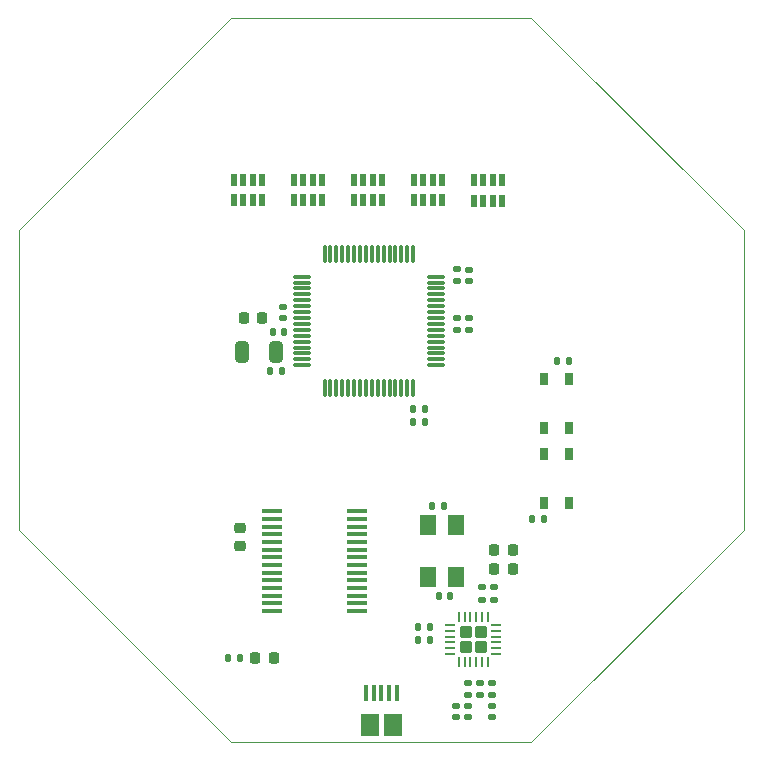
<source format=gbr>
%TF.GenerationSoftware,KiCad,Pcbnew,7.0.1*%
%TF.CreationDate,2023-03-27T17:03:57-04:00*%
%TF.ProjectId,cyton wired,6379746f-6e20-4776-9972-65642e6b6963,rev?*%
%TF.SameCoordinates,Original*%
%TF.FileFunction,Paste,Top*%
%TF.FilePolarity,Positive*%
%FSLAX46Y46*%
G04 Gerber Fmt 4.6, Leading zero omitted, Abs format (unit mm)*
G04 Created by KiCad (PCBNEW 7.0.1) date 2023-03-27 17:03:57*
%MOMM*%
%LPD*%
G01*
G04 APERTURE LIST*
G04 Aperture macros list*
%AMRoundRect*
0 Rectangle with rounded corners*
0 $1 Rounding radius*
0 $2 $3 $4 $5 $6 $7 $8 $9 X,Y pos of 4 corners*
0 Add a 4 corners polygon primitive as box body*
4,1,4,$2,$3,$4,$5,$6,$7,$8,$9,$2,$3,0*
0 Add four circle primitives for the rounded corners*
1,1,$1+$1,$2,$3*
1,1,$1+$1,$4,$5*
1,1,$1+$1,$6,$7*
1,1,$1+$1,$8,$9*
0 Add four rect primitives between the rounded corners*
20,1,$1+$1,$2,$3,$4,$5,0*
20,1,$1+$1,$4,$5,$6,$7,0*
20,1,$1+$1,$6,$7,$8,$9,0*
20,1,$1+$1,$8,$9,$2,$3,0*%
G04 Aperture macros list end*
%ADD10RoundRect,0.225000X0.225000X0.250000X-0.225000X0.250000X-0.225000X-0.250000X0.225000X-0.250000X0*%
%ADD11R,0.650000X1.050000*%
%ADD12RoundRect,0.218750X-0.218750X-0.256250X0.218750X-0.256250X0.218750X0.256250X-0.218750X0.256250X0*%
%ADD13RoundRect,0.037100X-0.227900X0.447900X-0.227900X-0.447900X0.227900X-0.447900X0.227900X0.447900X0*%
%ADD14RoundRect,0.037100X0.227900X-0.447900X0.227900X0.447900X-0.227900X0.447900X-0.227900X-0.447900X0*%
%ADD15RoundRect,0.147500X0.172500X-0.147500X0.172500X0.147500X-0.172500X0.147500X-0.172500X-0.147500X0*%
%ADD16RoundRect,0.135000X-0.135000X-0.185000X0.135000X-0.185000X0.135000X0.185000X-0.135000X0.185000X0*%
%ADD17RoundRect,0.140000X0.170000X-0.140000X0.170000X0.140000X-0.170000X0.140000X-0.170000X-0.140000X0*%
%ADD18RoundRect,0.140000X-0.170000X0.140000X-0.170000X-0.140000X0.170000X-0.140000X0.170000X0.140000X0*%
%ADD19RoundRect,0.135000X-0.185000X0.135000X-0.185000X-0.135000X0.185000X-0.135000X0.185000X0.135000X0*%
%ADD20R,1.400000X1.800000*%
%ADD21RoundRect,0.135000X0.185000X-0.135000X0.185000X0.135000X-0.185000X0.135000X-0.185000X-0.135000X0*%
%ADD22RoundRect,0.140000X-0.140000X-0.170000X0.140000X-0.170000X0.140000X0.170000X-0.140000X0.170000X0*%
%ADD23RoundRect,0.225000X0.250000X-0.225000X0.250000X0.225000X-0.250000X0.225000X-0.250000X-0.225000X0*%
%ADD24RoundRect,0.250000X0.275000X-0.275000X0.275000X0.275000X-0.275000X0.275000X-0.275000X-0.275000X0*%
%ADD25RoundRect,0.062500X0.062500X-0.350000X0.062500X0.350000X-0.062500X0.350000X-0.062500X-0.350000X0*%
%ADD26RoundRect,0.062500X0.350000X-0.062500X0.350000X0.062500X-0.350000X0.062500X-0.350000X-0.062500X0*%
%ADD27R,0.400000X1.350000*%
%ADD28R,1.500000X1.900000*%
%ADD29RoundRect,0.135000X0.135000X0.185000X-0.135000X0.185000X-0.135000X-0.185000X0.135000X-0.185000X0*%
%ADD30RoundRect,0.075000X-0.075000X0.662500X-0.075000X-0.662500X0.075000X-0.662500X0.075000X0.662500X0*%
%ADD31RoundRect,0.075000X-0.662500X0.075000X-0.662500X-0.075000X0.662500X-0.075000X0.662500X0.075000X0*%
%ADD32R,1.750000X0.450000*%
%ADD33RoundRect,0.147500X-0.172500X0.147500X-0.172500X-0.147500X0.172500X-0.147500X0.172500X0.147500X0*%
%ADD34RoundRect,0.250000X-0.325000X-0.650000X0.325000X-0.650000X0.325000X0.650000X-0.325000X0.650000X0*%
%ADD35RoundRect,0.140000X0.140000X0.170000X-0.140000X0.170000X-0.140000X-0.170000X0.140000X-0.170000X0*%
%TA.AperFunction,Profile*%
%ADD36C,0.101600*%
%TD*%
G04 APERTURE END LIST*
D10*
%TO.C,C13*%
X129603800Y-101625400D03*
X128053800Y-101625400D03*
%TD*%
D11*
%TO.C,SW1*%
X153466800Y-110921800D03*
X153466800Y-106771800D03*
X155616800Y-110921800D03*
X155616800Y-106771800D03*
%TD*%
D12*
%TO.C,D11*%
X149250200Y-122859800D03*
X150825200Y-122859800D03*
%TD*%
D13*
%TO.C,R2*%
X134683200Y-89916000D03*
X133883200Y-89916000D03*
X133083200Y-89916000D03*
X132283200Y-89916000D03*
D14*
X132283200Y-91666000D03*
X133083200Y-91666000D03*
X133883200Y-91666000D03*
X134683200Y-91666000D03*
%TD*%
D15*
%TO.C,D7*%
X149047200Y-133504800D03*
X149047200Y-132534800D03*
%TD*%
D16*
%TO.C,R14*%
X126665800Y-130429000D03*
X127685800Y-130429000D03*
%TD*%
D17*
%TO.C,C14*%
X131343400Y-101648200D03*
X131343400Y-100688200D03*
%TD*%
D18*
%TO.C,C15*%
X147143900Y-97528000D03*
X147143900Y-98488000D03*
%TD*%
D19*
%TO.C,R6*%
X146102500Y-97496000D03*
X146102500Y-98516000D03*
%TD*%
D20*
%TO.C,Y1*%
X146030800Y-123586600D03*
X146030800Y-119186600D03*
X143630800Y-119186600D03*
X143630800Y-123586600D03*
%TD*%
D21*
%TO.C,R8*%
X148031200Y-133506400D03*
X148031200Y-132486400D03*
%TD*%
D13*
%TO.C,R1*%
X129603200Y-89916000D03*
X128803200Y-89916000D03*
X128003200Y-89916000D03*
X127203200Y-89916000D03*
D14*
X127203200Y-91666000D03*
X128003200Y-91666000D03*
X128803200Y-91666000D03*
X129603200Y-91666000D03*
%TD*%
D22*
%TO.C,C11*%
X130281800Y-106146600D03*
X131241800Y-106146600D03*
%TD*%
D13*
%TO.C,R5*%
X149923200Y-89941400D03*
X149123200Y-89941400D03*
X148323200Y-89941400D03*
X147523200Y-89941400D03*
D14*
X147523200Y-91691400D03*
X148323200Y-91691400D03*
X149123200Y-91691400D03*
X149923200Y-91691400D03*
%TD*%
D22*
%TO.C,C19*%
X142392400Y-110388400D03*
X143352400Y-110388400D03*
%TD*%
D23*
%TO.C,C41*%
X127736600Y-120942400D03*
X127736600Y-119392400D03*
%TD*%
D24*
%TO.C,U2*%
X146832800Y-129489200D03*
X148132800Y-129489200D03*
X146832800Y-128189200D03*
X148132800Y-128189200D03*
D25*
X146232800Y-130776700D03*
X146732800Y-130776700D03*
X147232800Y-130776700D03*
X147732800Y-130776700D03*
X148232800Y-130776700D03*
X148732800Y-130776700D03*
D26*
X149420300Y-130089200D03*
X149420300Y-129589200D03*
X149420300Y-129089200D03*
X149420300Y-128589200D03*
X149420300Y-128089200D03*
X149420300Y-127589200D03*
D25*
X148732800Y-126901700D03*
X148232800Y-126901700D03*
X147732800Y-126901700D03*
X147232800Y-126901700D03*
X146732800Y-126901700D03*
X146232800Y-126901700D03*
D26*
X145545300Y-127589200D03*
X145545300Y-128089200D03*
X145545300Y-128589200D03*
X145545300Y-129089200D03*
X145545300Y-129589200D03*
X145545300Y-130089200D03*
%TD*%
D18*
%TO.C,C17*%
X149047200Y-134442200D03*
X149047200Y-135402200D03*
%TD*%
D27*
%TO.C,CONN1*%
X138400000Y-133380300D03*
X139050000Y-133380300D03*
X139700000Y-133380300D03*
X140350000Y-133380300D03*
X141000000Y-133380300D03*
D28*
X138700000Y-136080300D03*
X140700000Y-136080300D03*
%TD*%
D29*
%TO.C,R15*%
X155602400Y-105283000D03*
X154582400Y-105283000D03*
%TD*%
D18*
%TO.C,C10*%
X146075400Y-101650800D03*
X146075400Y-102610800D03*
%TD*%
D22*
%TO.C,C39*%
X144551400Y-125196600D03*
X145511400Y-125196600D03*
%TD*%
D19*
%TO.C,R12*%
X149250400Y-124434600D03*
X149250400Y-125454600D03*
%TD*%
D30*
%TO.C,U1*%
X142384900Y-96206300D03*
X141884900Y-96206300D03*
X141384900Y-96206300D03*
X140884900Y-96206300D03*
X140384900Y-96206300D03*
X139884900Y-96206300D03*
X139384900Y-96206300D03*
X138884900Y-96206300D03*
X138384900Y-96206300D03*
X137884900Y-96206300D03*
X137384900Y-96206300D03*
X136884900Y-96206300D03*
X136384900Y-96206300D03*
X135884900Y-96206300D03*
X135384900Y-96206300D03*
X134884900Y-96206300D03*
D31*
X132972400Y-98118800D03*
X132972400Y-98618800D03*
X132972400Y-99118800D03*
X132972400Y-99618800D03*
X132972400Y-100118800D03*
X132972400Y-100618800D03*
X132972400Y-101118800D03*
X132972400Y-101618800D03*
X132972400Y-102118800D03*
X132972400Y-102618800D03*
X132972400Y-103118800D03*
X132972400Y-103618800D03*
X132972400Y-104118800D03*
X132972400Y-104618800D03*
X132972400Y-105118800D03*
X132972400Y-105618800D03*
D30*
X134884900Y-107531300D03*
X135384900Y-107531300D03*
X135884900Y-107531300D03*
X136384900Y-107531300D03*
X136884900Y-107531300D03*
X137384900Y-107531300D03*
X137884900Y-107531300D03*
X138384900Y-107531300D03*
X138884900Y-107531300D03*
X139384900Y-107531300D03*
X139884900Y-107531300D03*
X140384900Y-107531300D03*
X140884900Y-107531300D03*
X141384900Y-107531300D03*
X141884900Y-107531300D03*
X142384900Y-107531300D03*
D31*
X144297400Y-105618800D03*
X144297400Y-105118800D03*
X144297400Y-104618800D03*
X144297400Y-104118800D03*
X144297400Y-103618800D03*
X144297400Y-103118800D03*
X144297400Y-102618800D03*
X144297400Y-102118800D03*
X144297400Y-101618800D03*
X144297400Y-101118800D03*
X144297400Y-100618800D03*
X144297400Y-100118800D03*
X144297400Y-99618800D03*
X144297400Y-99118800D03*
X144297400Y-98618800D03*
X144297400Y-98118800D03*
%TD*%
D12*
%TO.C,D10*%
X149250200Y-121259600D03*
X150825200Y-121259600D03*
%TD*%
D21*
%TO.C,R7*%
X147015200Y-133506400D03*
X147015200Y-132486400D03*
%TD*%
D32*
%TO.C,U7*%
X137610400Y-126424400D03*
X137610400Y-125774400D03*
X137610400Y-125124400D03*
X137610400Y-124474400D03*
X137610400Y-123824400D03*
X137610400Y-123174400D03*
X137610400Y-122524400D03*
X137610400Y-121874400D03*
X137610400Y-121224400D03*
X137610400Y-120574400D03*
X137610400Y-119924400D03*
X137610400Y-119274400D03*
X137610400Y-118624400D03*
X137610400Y-117974400D03*
X130410400Y-117974400D03*
X130410400Y-118624400D03*
X130410400Y-119274400D03*
X130410400Y-119924400D03*
X130410400Y-120574400D03*
X130410400Y-121224400D03*
X130410400Y-121874400D03*
X130410400Y-122524400D03*
X130410400Y-123174400D03*
X130410400Y-123824400D03*
X130410400Y-124474400D03*
X130410400Y-125124400D03*
X130410400Y-125774400D03*
X130410400Y-126424400D03*
%TD*%
D29*
%TO.C,R10*%
X143774400Y-127772400D03*
X142754400Y-127772400D03*
%TD*%
D18*
%TO.C,C18*%
X145999200Y-134467600D03*
X145999200Y-135427600D03*
%TD*%
%TO.C,C8*%
X147142200Y-101650800D03*
X147142200Y-102610800D03*
%TD*%
D19*
%TO.C,R11*%
X148234400Y-124434600D03*
X148234400Y-125454600D03*
%TD*%
D33*
%TO.C,D8*%
X147015200Y-134467600D03*
X147015200Y-135437600D03*
%TD*%
D13*
%TO.C,R4*%
X144830600Y-89916000D03*
X144030600Y-89916000D03*
X143230600Y-89916000D03*
X142430600Y-89916000D03*
D14*
X142430600Y-91666000D03*
X143230600Y-91666000D03*
X144030600Y-91666000D03*
X144830600Y-91666000D03*
%TD*%
D16*
%TO.C,R16*%
X152450800Y-118643400D03*
X153470800Y-118643400D03*
%TD*%
D22*
%TO.C,C6*%
X130485000Y-102844600D03*
X131445000Y-102844600D03*
%TD*%
D13*
%TO.C,R3*%
X139763200Y-89916000D03*
X138963200Y-89916000D03*
X138163200Y-89916000D03*
X137363200Y-89916000D03*
D14*
X137363200Y-91666000D03*
X138163200Y-91666000D03*
X138963200Y-91666000D03*
X139763200Y-91666000D03*
%TD*%
D22*
%TO.C,C21*%
X142392400Y-109347000D03*
X143352400Y-109347000D03*
%TD*%
D11*
%TO.C,SW2*%
X155616800Y-113121800D03*
X155616800Y-117271800D03*
X153466800Y-113121800D03*
X153466800Y-117271800D03*
%TD*%
D29*
%TO.C,R9*%
X143799800Y-128864600D03*
X142779800Y-128864600D03*
%TD*%
D12*
%TO.C,D13*%
X129031800Y-130429000D03*
X130606800Y-130429000D03*
%TD*%
D34*
%TO.C,C12*%
X127861800Y-104470200D03*
X130811800Y-104470200D03*
%TD*%
D35*
%TO.C,C40*%
X144955200Y-117576600D03*
X143995200Y-117576600D03*
%TD*%
D36*
X170357800Y-94183200D02*
X170357800Y-119557800D01*
X152374600Y-137541000D01*
X126949200Y-137541000D01*
X108991400Y-119583200D01*
X108991400Y-94208600D01*
X126974600Y-76225400D01*
X152400000Y-76225400D01*
X170357800Y-94183200D01*
M02*

</source>
